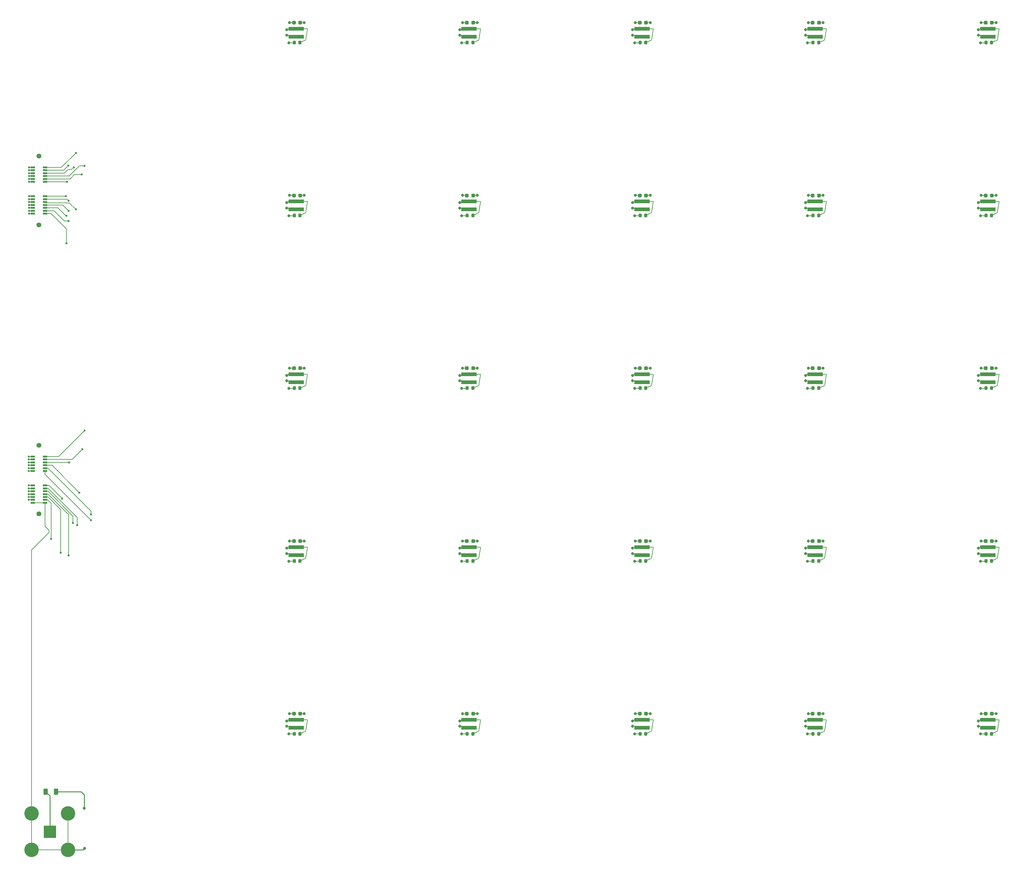
<source format=gbr>
%TF.GenerationSoftware,KiCad,Pcbnew,8.0.2-1*%
%TF.CreationDate,2024-06-21T16:13:16-04:00*%
%TF.ProjectId,EvenLayers_3.0mm_SiPM,4576656e-4c61-4796-9572-735f332e306d,rev?*%
%TF.SameCoordinates,Original*%
%TF.FileFunction,Copper,L1,Top*%
%TF.FilePolarity,Positive*%
%FSLAX46Y46*%
G04 Gerber Fmt 4.6, Leading zero omitted, Abs format (unit mm)*
G04 Created by KiCad (PCBNEW 8.0.2-1) date 2024-06-21 16:13:16*
%MOMM*%
%LPD*%
G01*
G04 APERTURE LIST*
G04 Aperture macros list*
%AMRoundRect*
0 Rectangle with rounded corners*
0 $1 Rounding radius*
0 $2 $3 $4 $5 $6 $7 $8 $9 X,Y pos of 4 corners*
0 Add a 4 corners polygon primitive as box body*
4,1,4,$2,$3,$4,$5,$6,$7,$8,$9,$2,$3,0*
0 Add four circle primitives for the rounded corners*
1,1,$1+$1,$2,$3*
1,1,$1+$1,$4,$5*
1,1,$1+$1,$6,$7*
1,1,$1+$1,$8,$9*
0 Add four rect primitives between the rounded corners*
20,1,$1+$1,$2,$3,$4,$5,0*
20,1,$1+$1,$4,$5,$6,$7,0*
20,1,$1+$1,$6,$7,$8,$9,0*
20,1,$1+$1,$8,$9,$2,$3,0*%
G04 Aperture macros list end*
%TA.AperFunction,EtchedComponent*%
%ADD10C,0.200000*%
%TD*%
%TA.AperFunction,SMDPad,CuDef*%
%ADD11RoundRect,0.237500X-0.287500X-0.237500X0.287500X-0.237500X0.287500X0.237500X-0.287500X0.237500X0*%
%TD*%
%TA.AperFunction,SMDPad,CuDef*%
%ADD12RoundRect,0.225000X-0.225000X-0.250000X0.225000X-0.250000X0.225000X0.250000X-0.225000X0.250000X0*%
%TD*%
%TA.AperFunction,SMDPad,CuDef*%
%ADD13R,4.200000X1.000000*%
%TD*%
%TA.AperFunction,ComponentPad*%
%ADD14C,0.800000*%
%TD*%
%TA.AperFunction,SMDPad,CuDef*%
%ADD15R,1.200000X0.500000*%
%TD*%
%TA.AperFunction,ComponentPad*%
%ADD16C,1.348000*%
%TD*%
%TA.AperFunction,SMDPad,CuDef*%
%ADD17RoundRect,0.250000X-0.312500X-0.625000X0.312500X-0.625000X0.312500X0.625000X-0.312500X0.625000X0*%
%TD*%
%TA.AperFunction,ComponentPad*%
%ADD18R,3.500000X3.500000*%
%TD*%
%TA.AperFunction,ComponentPad*%
%ADD19C,4.000000*%
%TD*%
%TA.AperFunction,ViaPad*%
%ADD20C,0.800000*%
%TD*%
%TA.AperFunction,ViaPad*%
%ADD21C,0.600000*%
%TD*%
%TA.AperFunction,Conductor*%
%ADD22C,0.250000*%
%TD*%
%TA.AperFunction,Conductor*%
%ADD23C,0.200000*%
%TD*%
G04 APERTURE END LIST*
D10*
%TO.C,REF\u002A\u002A34*%
X319700000Y-191150000D02*
X320200000Y-190850000D01*
X319700000Y-192650000D02*
X322300000Y-193050000D01*
X320450000Y-189150000D02*
X321675000Y-189165000D01*
X321775000Y-194750000D02*
X320250000Y-194750000D01*
X322300000Y-190850000D02*
X325450000Y-190850000D01*
X323425000Y-189165000D02*
X324550000Y-189150000D01*
X324950000Y-193950000D02*
X323325000Y-194700000D01*
X325450000Y-190850000D02*
X324950000Y-193950000D01*
%TO.C,REF\u002A\u002A40*%
X128500000Y-286750000D02*
X129000000Y-286450000D01*
X128500000Y-288250000D02*
X131100000Y-288650000D01*
X129250000Y-284750000D02*
X130475000Y-284765000D01*
X130575000Y-290350000D02*
X129050000Y-290350000D01*
X131100000Y-286450000D02*
X134250000Y-286450000D01*
X132225000Y-284765000D02*
X133350000Y-284750000D01*
X133750000Y-289550000D02*
X132125000Y-290300000D01*
X134250000Y-286450000D02*
X133750000Y-289550000D01*
%TO.C,REF\u002A\u002A30*%
X128500000Y-191150000D02*
X129000000Y-190850000D01*
X128500000Y-192650000D02*
X131100000Y-193050000D01*
X129250000Y-189150000D02*
X130475000Y-189165000D01*
X130575000Y-194750000D02*
X129050000Y-194750000D01*
X131100000Y-190850000D02*
X134250000Y-190850000D01*
X132225000Y-189165000D02*
X133350000Y-189150000D01*
X133750000Y-193950000D02*
X132125000Y-194700000D01*
X134250000Y-190850000D02*
X133750000Y-193950000D01*
%TO.C,REF\u002A\u002A24*%
X319700000Y-95550000D02*
X320200000Y-95250000D01*
X319700000Y-97050000D02*
X322300000Y-97450000D01*
X320450000Y-93550000D02*
X321675000Y-93565000D01*
X321775000Y-99150000D02*
X320250000Y-99150000D01*
X322300000Y-95250000D02*
X325450000Y-95250000D01*
X323425000Y-93565000D02*
X324550000Y-93550000D01*
X324950000Y-98350000D02*
X323325000Y-99100000D01*
X325450000Y-95250000D02*
X324950000Y-98350000D01*
%TO.C,REF\u002A\u002A43*%
X271900000Y-286750000D02*
X272400000Y-286450000D01*
X271900000Y-288250000D02*
X274500000Y-288650000D01*
X272650000Y-284750000D02*
X273875000Y-284765000D01*
X273975000Y-290350000D02*
X272450000Y-290350000D01*
X274500000Y-286450000D02*
X277650000Y-286450000D01*
X275625000Y-284765000D02*
X276750000Y-284750000D01*
X277150000Y-289550000D02*
X275525000Y-290300000D01*
X277650000Y-286450000D02*
X277150000Y-289550000D01*
%TO.C,REF\u002A\u002A38*%
X271900000Y-238950000D02*
X272400000Y-238650000D01*
X271900000Y-240450000D02*
X274500000Y-240850000D01*
X272650000Y-236950000D02*
X273875000Y-236965000D01*
X273975000Y-242550000D02*
X272450000Y-242550000D01*
X274500000Y-238650000D02*
X277650000Y-238650000D01*
X275625000Y-236965000D02*
X276750000Y-236950000D01*
X277150000Y-241750000D02*
X275525000Y-242500000D01*
X277650000Y-238650000D02*
X277150000Y-241750000D01*
%TO.C,REF\u002A\u002A22*%
X224100000Y-95550000D02*
X224600000Y-95250000D01*
X224100000Y-97050000D02*
X226700000Y-97450000D01*
X224850000Y-93550000D02*
X226075000Y-93565000D01*
X226175000Y-99150000D02*
X224650000Y-99150000D01*
X226700000Y-95250000D02*
X229850000Y-95250000D01*
X227825000Y-93565000D02*
X228950000Y-93550000D01*
X229350000Y-98350000D02*
X227725000Y-99100000D01*
X229850000Y-95250000D02*
X229350000Y-98350000D01*
%TO.C,REF\u002A\u002A28*%
X271900000Y-143350000D02*
X272400000Y-143050000D01*
X271900000Y-144850000D02*
X274500000Y-145250000D01*
X272650000Y-141350000D02*
X273875000Y-141365000D01*
X273975000Y-146950000D02*
X272450000Y-146950000D01*
X274500000Y-143050000D02*
X277650000Y-143050000D01*
X275625000Y-141365000D02*
X276750000Y-141350000D01*
X277150000Y-146150000D02*
X275525000Y-146900000D01*
X277650000Y-143050000D02*
X277150000Y-146150000D01*
%TO.C,REF\u002A\u002A23*%
X271900000Y-95550000D02*
X272400000Y-95250000D01*
X271900000Y-97050000D02*
X274500000Y-97450000D01*
X272650000Y-93550000D02*
X273875000Y-93565000D01*
X273975000Y-99150000D02*
X272450000Y-99150000D01*
X274500000Y-95250000D02*
X277650000Y-95250000D01*
X275625000Y-93565000D02*
X276750000Y-93550000D01*
X277150000Y-98350000D02*
X275525000Y-99100000D01*
X277650000Y-95250000D02*
X277150000Y-98350000D01*
%TO.C,REF\u002A\u002A32*%
X224100000Y-191150000D02*
X224600000Y-190850000D01*
X224100000Y-192650000D02*
X226700000Y-193050000D01*
X224850000Y-189150000D02*
X226075000Y-189165000D01*
X226175000Y-194750000D02*
X224650000Y-194750000D01*
X226700000Y-190850000D02*
X229850000Y-190850000D01*
X227825000Y-189165000D02*
X228950000Y-189150000D01*
X229350000Y-193950000D02*
X227725000Y-194700000D01*
X229850000Y-190850000D02*
X229350000Y-193950000D01*
%TO.C,REF\u002A\u002A44*%
X319700000Y-286750000D02*
X320200000Y-286450000D01*
X319700000Y-288250000D02*
X322300000Y-288650000D01*
X320450000Y-284750000D02*
X321675000Y-284765000D01*
X321775000Y-290350000D02*
X320250000Y-290350000D01*
X322300000Y-286450000D02*
X325450000Y-286450000D01*
X323425000Y-284765000D02*
X324550000Y-284750000D01*
X324950000Y-289550000D02*
X323325000Y-290300000D01*
X325450000Y-286450000D02*
X324950000Y-289550000D01*
%TO.C,REF\u002A\u002A26*%
X176300000Y-143350000D02*
X176800000Y-143050000D01*
X176300000Y-144850000D02*
X178900000Y-145250000D01*
X177050000Y-141350000D02*
X178275000Y-141365000D01*
X178375000Y-146950000D02*
X176850000Y-146950000D01*
X178900000Y-143050000D02*
X182050000Y-143050000D01*
X180025000Y-141365000D02*
X181150000Y-141350000D01*
X181550000Y-146150000D02*
X179925000Y-146900000D01*
X182050000Y-143050000D02*
X181550000Y-146150000D01*
%TO.C,REF\u002A\u002A36*%
X176300000Y-238950000D02*
X176800000Y-238650000D01*
X176300000Y-240450000D02*
X178900000Y-240850000D01*
X177050000Y-236950000D02*
X178275000Y-236965000D01*
X178375000Y-242550000D02*
X176850000Y-242550000D01*
X178900000Y-238650000D02*
X182050000Y-238650000D01*
X180025000Y-236965000D02*
X181150000Y-236950000D01*
X181550000Y-241750000D02*
X179925000Y-242500000D01*
X182050000Y-238650000D02*
X181550000Y-241750000D01*
%TO.C,REF\u002A\u002A20*%
X128500000Y-95550000D02*
X129000000Y-95250000D01*
X128500000Y-97050000D02*
X131100000Y-97450000D01*
X129250000Y-93550000D02*
X130475000Y-93565000D01*
X130575000Y-99150000D02*
X129050000Y-99150000D01*
X131100000Y-95250000D02*
X134250000Y-95250000D01*
X132225000Y-93565000D02*
X133350000Y-93550000D01*
X133750000Y-98350000D02*
X132125000Y-99100000D01*
X134250000Y-95250000D02*
X133750000Y-98350000D01*
%TO.C,REF\u002A\u002A25*%
X128500000Y-143350000D02*
X129000000Y-143050000D01*
X128500000Y-144850000D02*
X131100000Y-145250000D01*
X129250000Y-141350000D02*
X130475000Y-141365000D01*
X130575000Y-146950000D02*
X129050000Y-146950000D01*
X131100000Y-143050000D02*
X134250000Y-143050000D01*
X132225000Y-141365000D02*
X133350000Y-141350000D01*
X133750000Y-146150000D02*
X132125000Y-146900000D01*
X134250000Y-143050000D02*
X133750000Y-146150000D01*
%TO.C,REF\u002A\u002A37*%
X224100000Y-238950000D02*
X224600000Y-238650000D01*
X224100000Y-240450000D02*
X226700000Y-240850000D01*
X224850000Y-236950000D02*
X226075000Y-236965000D01*
X226175000Y-242550000D02*
X224650000Y-242550000D01*
X226700000Y-238650000D02*
X229850000Y-238650000D01*
X227825000Y-236965000D02*
X228950000Y-236950000D01*
X229350000Y-241750000D02*
X227725000Y-242500000D01*
X229850000Y-238650000D02*
X229350000Y-241750000D01*
%TO.C,REF\u002A\u002A31*%
X176300000Y-191150000D02*
X176800000Y-190850000D01*
X176300000Y-192650000D02*
X178900000Y-193050000D01*
X177050000Y-189150000D02*
X178275000Y-189165000D01*
X178375000Y-194750000D02*
X176850000Y-194750000D01*
X178900000Y-190850000D02*
X182050000Y-190850000D01*
X180025000Y-189165000D02*
X181150000Y-189150000D01*
X181550000Y-193950000D02*
X179925000Y-194700000D01*
X182050000Y-190850000D02*
X181550000Y-193950000D01*
%TO.C,REF\u002A\u002A27*%
X224100000Y-143350000D02*
X224600000Y-143050000D01*
X224100000Y-144850000D02*
X226700000Y-145250000D01*
X224850000Y-141350000D02*
X226075000Y-141365000D01*
X226175000Y-146950000D02*
X224650000Y-146950000D01*
X226700000Y-143050000D02*
X229850000Y-143050000D01*
X227825000Y-141365000D02*
X228950000Y-141350000D01*
X229350000Y-146150000D02*
X227725000Y-146900000D01*
X229850000Y-143050000D02*
X229350000Y-146150000D01*
%TO.C,REF\u002A\u002A41*%
X176300000Y-286750000D02*
X176800000Y-286450000D01*
X176300000Y-288250000D02*
X178900000Y-288650000D01*
X177050000Y-284750000D02*
X178275000Y-284765000D01*
X178375000Y-290350000D02*
X176850000Y-290350000D01*
X178900000Y-286450000D02*
X182050000Y-286450000D01*
X180025000Y-284765000D02*
X181150000Y-284750000D01*
X181550000Y-289550000D02*
X179925000Y-290300000D01*
X182050000Y-286450000D02*
X181550000Y-289550000D01*
%TO.C,REF\u002A\u002A29*%
X319700000Y-143350000D02*
X320200000Y-143050000D01*
X319700000Y-144850000D02*
X322300000Y-145250000D01*
X320450000Y-141350000D02*
X321675000Y-141365000D01*
X321775000Y-146950000D02*
X320250000Y-146950000D01*
X322300000Y-143050000D02*
X325450000Y-143050000D01*
X323425000Y-141365000D02*
X324550000Y-141350000D01*
X324950000Y-146150000D02*
X323325000Y-146900000D01*
X325450000Y-143050000D02*
X324950000Y-146150000D01*
%TO.C,REF\u002A\u002A21*%
X176300000Y-95550000D02*
X176800000Y-95250000D01*
X176300000Y-97050000D02*
X178900000Y-97450000D01*
X177050000Y-93550000D02*
X178275000Y-93565000D01*
X178375000Y-99150000D02*
X176850000Y-99150000D01*
X178900000Y-95250000D02*
X182050000Y-95250000D01*
X180025000Y-93565000D02*
X181150000Y-93550000D01*
X181550000Y-98350000D02*
X179925000Y-99100000D01*
X182050000Y-95250000D02*
X181550000Y-98350000D01*
%TO.C,REF\u002A\u002A42*%
X224100000Y-286750000D02*
X224600000Y-286450000D01*
X224100000Y-288250000D02*
X226700000Y-288650000D01*
X224850000Y-284750000D02*
X226075000Y-284765000D01*
X226175000Y-290350000D02*
X224650000Y-290350000D01*
X226700000Y-286450000D02*
X229850000Y-286450000D01*
X227825000Y-284765000D02*
X228950000Y-284750000D01*
X229350000Y-289550000D02*
X227725000Y-290300000D01*
X229850000Y-286450000D02*
X229350000Y-289550000D01*
%TO.C,REF\u002A\u002A35*%
X128500000Y-238950000D02*
X129000000Y-238650000D01*
X128500000Y-240450000D02*
X131100000Y-240850000D01*
X129250000Y-236950000D02*
X130475000Y-236965000D01*
X130575000Y-242550000D02*
X129050000Y-242550000D01*
X131100000Y-238650000D02*
X134250000Y-238650000D01*
X132225000Y-236965000D02*
X133350000Y-236950000D01*
X133750000Y-241750000D02*
X132125000Y-242500000D01*
X134250000Y-238650000D02*
X133750000Y-241750000D01*
%TO.C,REF\u002A\u002A39*%
X319700000Y-238950000D02*
X320200000Y-238650000D01*
X319700000Y-240450000D02*
X322300000Y-240850000D01*
X320450000Y-236950000D02*
X321675000Y-236965000D01*
X321775000Y-242550000D02*
X320250000Y-242550000D01*
X322300000Y-238650000D02*
X325450000Y-238650000D01*
X323425000Y-236965000D02*
X324550000Y-236950000D01*
X324950000Y-241750000D02*
X323325000Y-242500000D01*
X325450000Y-238650000D02*
X324950000Y-241750000D01*
%TO.C,REF\u002A\u002A33*%
X271900000Y-191150000D02*
X272400000Y-190850000D01*
X271900000Y-192650000D02*
X274500000Y-193050000D01*
X272650000Y-189150000D02*
X273875000Y-189165000D01*
X273975000Y-194750000D02*
X272450000Y-194750000D01*
X274500000Y-190850000D02*
X277650000Y-190850000D01*
X275625000Y-189165000D02*
X276750000Y-189150000D01*
X277150000Y-193950000D02*
X275525000Y-194700000D01*
X277650000Y-190850000D02*
X277150000Y-193950000D01*
%TD*%
D11*
%TO.P,REF\u002A\u002A34,1*%
%TO.N,N/C*%
X321675000Y-189165000D03*
D12*
X321775000Y-194700000D03*
D13*
X322300000Y-190850000D03*
D12*
%TO.P,REF\u002A\u002A34,2*%
X323325000Y-194700000D03*
D11*
X323425000Y-189165000D03*
D13*
%TO.P,REF\u002A\u002A34,4*%
X322300000Y-193050000D03*
D14*
%TO.P,REF\u002A\u002A34,5*%
X320450000Y-189150000D03*
%TO.P,REF\u002A\u002A34,6*%
X324550000Y-189150000D03*
%TO.P,REF\u002A\u002A34,7*%
%TO.N,K14*%
X319700000Y-191150000D03*
%TO.P,REF\u002A\u002A34,8*%
%TO.N,A14*%
X319700000Y-192650000D03*
%TO.P,REF\u002A\u002A34,9*%
%TO.N,GND*%
X320250000Y-194750000D03*
%TD*%
D11*
%TO.P,REF\u002A\u002A40,1*%
%TO.N,N/C*%
X130475000Y-284765000D03*
D12*
X130575000Y-290300000D03*
D13*
X131100000Y-286450000D03*
D12*
%TO.P,REF\u002A\u002A40,2*%
X132125000Y-290300000D03*
D11*
X132225000Y-284765000D03*
D13*
%TO.P,REF\u002A\u002A40,4*%
X131100000Y-288650000D03*
D14*
%TO.P,REF\u002A\u002A40,5*%
X129250000Y-284750000D03*
%TO.P,REF\u002A\u002A40,6*%
X133350000Y-284750000D03*
%TO.P,REF\u002A\u002A40,7*%
%TO.N,K20*%
X128500000Y-286750000D03*
%TO.P,REF\u002A\u002A40,8*%
%TO.N,A20*%
X128500000Y-288250000D03*
%TO.P,REF\u002A\u002A40,9*%
%TO.N,GND*%
X129050000Y-290350000D03*
%TD*%
D11*
%TO.P,REF\u002A\u002A30,1*%
%TO.N,N/C*%
X130475000Y-189165000D03*
D12*
X130575000Y-194700000D03*
D13*
X131100000Y-190850000D03*
D12*
%TO.P,REF\u002A\u002A30,2*%
X132125000Y-194700000D03*
D11*
X132225000Y-189165000D03*
D13*
%TO.P,REF\u002A\u002A30,4*%
X131100000Y-193050000D03*
D14*
%TO.P,REF\u002A\u002A30,5*%
X129250000Y-189150000D03*
%TO.P,REF\u002A\u002A30,6*%
X133350000Y-189150000D03*
%TO.P,REF\u002A\u002A30,7*%
%TO.N,K10*%
X128500000Y-191150000D03*
%TO.P,REF\u002A\u002A30,8*%
%TO.N,A10*%
X128500000Y-192650000D03*
%TO.P,REF\u002A\u002A30,9*%
%TO.N,GND*%
X129050000Y-194750000D03*
%TD*%
D11*
%TO.P,REF\u002A\u002A24,1*%
%TO.N,N/C*%
X321675000Y-93565000D03*
D12*
X321775000Y-99100000D03*
D13*
X322300000Y-95250000D03*
D12*
%TO.P,REF\u002A\u002A24,2*%
X323325000Y-99100000D03*
D11*
X323425000Y-93565000D03*
D13*
%TO.P,REF\u002A\u002A24,4*%
X322300000Y-97450000D03*
D14*
%TO.P,REF\u002A\u002A24,5*%
X320450000Y-93550000D03*
%TO.P,REF\u002A\u002A24,6*%
X324550000Y-93550000D03*
%TO.P,REF\u002A\u002A24,7*%
%TO.N,K4*%
X319700000Y-95550000D03*
%TO.P,REF\u002A\u002A24,8*%
%TO.N,A4*%
X319700000Y-97050000D03*
%TO.P,REF\u002A\u002A24,9*%
%TO.N,GND*%
X320250000Y-99150000D03*
%TD*%
D15*
%TO.P,REF\u002A\u002A,01*%
%TO.N,A0*%
X58300000Y-133600000D03*
%TO.P,REF\u002A\u002A,02*%
%TO.N,K0*%
X61700000Y-133600000D03*
%TO.N,A1*%
X58300000Y-134400000D03*
%TO.P,REF\u002A\u002A,04*%
%TO.N,K1*%
X61700000Y-134400000D03*
%TO.P,REF\u002A\u002A,05*%
%TO.N,A2*%
X58300000Y-135200000D03*
%TO.P,REF\u002A\u002A,06*%
%TO.N,K2*%
X61700000Y-135200000D03*
%TO.P,REF\u002A\u002A,07*%
%TO.N,A3*%
X58300000Y-136000000D03*
%TO.P,REF\u002A\u002A,08*%
%TO.N,K3*%
X61700000Y-136000000D03*
%TO.P,REF\u002A\u002A,09*%
%TO.N,A4*%
X58300000Y-136800000D03*
%TO.P,REF\u002A\u002A,10*%
%TO.N,K4*%
X61700000Y-136800000D03*
%TO.P,REF\u002A\u002A,11*%
%TO.N,A5*%
X58300000Y-137600000D03*
%TO.P,REF\u002A\u002A,12*%
%TO.N,K5*%
X61700000Y-137600000D03*
%TO.P,REF\u002A\u002A,13*%
%TO.N,A6*%
X58300000Y-141600000D03*
%TO.P,REF\u002A\u002A,14*%
%TO.N,K6*%
X61700000Y-141600000D03*
%TO.P,REF\u002A\u002A,15*%
%TO.N,A7*%
X58300000Y-142400000D03*
%TO.P,REF\u002A\u002A,16*%
%TO.N,K7*%
X61700000Y-142400000D03*
%TO.P,REF\u002A\u002A,17*%
%TO.N,A8*%
X58300000Y-143200000D03*
%TO.P,REF\u002A\u002A,18*%
%TO.N,K8*%
X61700000Y-143200000D03*
%TO.P,REF\u002A\u002A,19*%
%TO.N,A9*%
X58300000Y-144000000D03*
%TO.P,REF\u002A\u002A,20*%
%TO.N,K9*%
X61700000Y-144000000D03*
%TO.P,REF\u002A\u002A,21*%
%TO.N,A10*%
X58300000Y-144800000D03*
%TO.P,REF\u002A\u002A,22*%
%TO.N,K10*%
X61700000Y-144800000D03*
%TO.P,REF\u002A\u002A,23*%
%TO.N,A11*%
X58300000Y-145600000D03*
%TO.P,REF\u002A\u002A,24*%
%TO.N,K11*%
X61700000Y-145600000D03*
%TO.P,REF\u002A\u002A,25*%
%TO.N,A12*%
X58300000Y-146400000D03*
%TO.P,REF\u002A\u002A,26*%
%TO.N,K12*%
X61700000Y-146400000D03*
D16*
%TO.P,REF\u002A\u002A,S1*%
%TO.N,N/C*%
X60000000Y-130505000D03*
%TO.P,REF\u002A\u002A,S2*%
X60000000Y-149495000D03*
%TD*%
D11*
%TO.P,REF\u002A\u002A43,1*%
%TO.N,N/C*%
X273875000Y-284765000D03*
D12*
X273975000Y-290300000D03*
D13*
X274500000Y-286450000D03*
D12*
%TO.P,REF\u002A\u002A43,2*%
X275525000Y-290300000D03*
D11*
X275625000Y-284765000D03*
D13*
%TO.P,REF\u002A\u002A43,4*%
X274500000Y-288650000D03*
D14*
%TO.P,REF\u002A\u002A43,5*%
X272650000Y-284750000D03*
%TO.P,REF\u002A\u002A43,6*%
X276750000Y-284750000D03*
%TO.P,REF\u002A\u002A43,7*%
%TO.N,K23*%
X271900000Y-286750000D03*
%TO.P,REF\u002A\u002A43,8*%
%TO.N,A23*%
X271900000Y-288250000D03*
%TO.P,REF\u002A\u002A43,9*%
%TO.N,GND*%
X272450000Y-290350000D03*
%TD*%
D11*
%TO.P,REF\u002A\u002A38,1*%
%TO.N,N/C*%
X273875000Y-236965000D03*
D12*
X273975000Y-242500000D03*
D13*
X274500000Y-238650000D03*
D12*
%TO.P,REF\u002A\u002A38,2*%
X275525000Y-242500000D03*
D11*
X275625000Y-236965000D03*
D13*
%TO.P,REF\u002A\u002A38,4*%
X274500000Y-240850000D03*
D14*
%TO.P,REF\u002A\u002A38,5*%
X272650000Y-236950000D03*
%TO.P,REF\u002A\u002A38,6*%
X276750000Y-236950000D03*
%TO.P,REF\u002A\u002A38,7*%
%TO.N,K18*%
X271900000Y-238950000D03*
%TO.P,REF\u002A\u002A38,8*%
%TO.N,A18*%
X271900000Y-240450000D03*
%TO.P,REF\u002A\u002A38,9*%
%TO.N,GND*%
X272450000Y-242550000D03*
%TD*%
D11*
%TO.P,REF\u002A\u002A22,1*%
%TO.N,N/C*%
X226075000Y-93565000D03*
D12*
X226175000Y-99100000D03*
D13*
X226700000Y-95250000D03*
D12*
%TO.P,REF\u002A\u002A22,2*%
X227725000Y-99100000D03*
D11*
X227825000Y-93565000D03*
D13*
%TO.P,REF\u002A\u002A22,4*%
X226700000Y-97450000D03*
D14*
%TO.P,REF\u002A\u002A22,5*%
X224850000Y-93550000D03*
%TO.P,REF\u002A\u002A22,6*%
X228950000Y-93550000D03*
%TO.P,REF\u002A\u002A22,7*%
%TO.N,K2*%
X224100000Y-95550000D03*
%TO.P,REF\u002A\u002A22,8*%
%TO.N,A2*%
X224100000Y-97050000D03*
%TO.P,REF\u002A\u002A22,9*%
%TO.N,GND*%
X224650000Y-99150000D03*
%TD*%
D15*
%TO.P,REF\u002A\u002A,01*%
%TO.N,A13*%
X58300000Y-213600000D03*
%TO.P,REF\u002A\u002A,02*%
%TO.N,K13*%
X61700000Y-213600000D03*
%TO.N,A14*%
X58300000Y-214400000D03*
%TO.P,REF\u002A\u002A,04*%
%TO.N,K14*%
X61700000Y-214400000D03*
%TO.P,REF\u002A\u002A,05*%
%TO.N,A15*%
X58300000Y-215200000D03*
%TO.P,REF\u002A\u002A,06*%
%TO.N,K15*%
X61700000Y-215200000D03*
%TO.P,REF\u002A\u002A,07*%
%TO.N,A16*%
X58300000Y-216000000D03*
%TO.P,REF\u002A\u002A,08*%
%TO.N,K16*%
X61700000Y-216000000D03*
%TO.P,REF\u002A\u002A,09*%
%TO.N,A17*%
X58300000Y-216800000D03*
%TO.P,REF\u002A\u002A,10*%
%TO.N,K17*%
X61700000Y-216800000D03*
%TO.P,REF\u002A\u002A,11*%
%TO.N,A18*%
X58300000Y-217600000D03*
%TO.P,REF\u002A\u002A,12*%
%TO.N,K18*%
X61700000Y-217600000D03*
%TO.P,REF\u002A\u002A,13*%
%TO.N,A19*%
X58300000Y-221600000D03*
%TO.P,REF\u002A\u002A,14*%
%TO.N,K19*%
X61700000Y-221600000D03*
%TO.P,REF\u002A\u002A,15*%
%TO.N,A20*%
X58300000Y-222400000D03*
%TO.P,REF\u002A\u002A,16*%
%TO.N,K20*%
X61700000Y-222400000D03*
%TO.P,REF\u002A\u002A,17*%
%TO.N,A21*%
X58300000Y-223200000D03*
%TO.P,REF\u002A\u002A,18*%
%TO.N,K21*%
X61700000Y-223200000D03*
%TO.P,REF\u002A\u002A,19*%
%TO.N,A22*%
X58300000Y-224000000D03*
%TO.P,REF\u002A\u002A,20*%
%TO.N,K22*%
X61700000Y-224000000D03*
%TO.P,REF\u002A\u002A,21*%
%TO.N,A23*%
X58300000Y-224800000D03*
%TO.P,REF\u002A\u002A,22*%
%TO.N,K23*%
X61700000Y-224800000D03*
%TO.P,REF\u002A\u002A,23*%
%TO.N,A24*%
X58300000Y-225600000D03*
%TO.P,REF\u002A\u002A,24*%
%TO.N,K24*%
X61700000Y-225600000D03*
%TO.P,REF\u002A\u002A,25*%
%TO.N,GND*%
X58300000Y-226400000D03*
%TO.P,REF\u002A\u002A,26*%
X61700000Y-226400000D03*
D16*
%TO.P,REF\u002A\u002A,S1*%
%TO.N,N/C*%
X60000000Y-210505000D03*
%TO.P,REF\u002A\u002A,S2*%
X60000000Y-229495000D03*
%TD*%
D11*
%TO.P,REF\u002A\u002A28,1*%
%TO.N,N/C*%
X273875000Y-141365000D03*
D12*
X273975000Y-146900000D03*
D13*
X274500000Y-143050000D03*
D12*
%TO.P,REF\u002A\u002A28,2*%
X275525000Y-146900000D03*
D11*
X275625000Y-141365000D03*
D13*
%TO.P,REF\u002A\u002A28,4*%
X274500000Y-145250000D03*
D14*
%TO.P,REF\u002A\u002A28,5*%
X272650000Y-141350000D03*
%TO.P,REF\u002A\u002A28,6*%
X276750000Y-141350000D03*
%TO.P,REF\u002A\u002A28,7*%
%TO.N,K8*%
X271900000Y-143350000D03*
%TO.P,REF\u002A\u002A28,8*%
%TO.N,A8*%
X271900000Y-144850000D03*
%TO.P,REF\u002A\u002A28,9*%
%TO.N,GND*%
X272450000Y-146950000D03*
%TD*%
D11*
%TO.P,REF\u002A\u002A23,1*%
%TO.N,N/C*%
X273875000Y-93565000D03*
D12*
X273975000Y-99100000D03*
D13*
X274500000Y-95250000D03*
D12*
%TO.P,REF\u002A\u002A23,2*%
X275525000Y-99100000D03*
D11*
X275625000Y-93565000D03*
D13*
%TO.P,REF\u002A\u002A23,4*%
X274500000Y-97450000D03*
D14*
%TO.P,REF\u002A\u002A23,5*%
X272650000Y-93550000D03*
%TO.P,REF\u002A\u002A23,6*%
X276750000Y-93550000D03*
%TO.P,REF\u002A\u002A23,7*%
%TO.N,K3*%
X271900000Y-95550000D03*
%TO.P,REF\u002A\u002A23,8*%
%TO.N,A3*%
X271900000Y-97050000D03*
%TO.P,REF\u002A\u002A23,9*%
%TO.N,GND*%
X272450000Y-99150000D03*
%TD*%
D11*
%TO.P,REF\u002A\u002A32,1*%
%TO.N,N/C*%
X226075000Y-189165000D03*
D12*
X226175000Y-194700000D03*
D13*
X226700000Y-190850000D03*
D12*
%TO.P,REF\u002A\u002A32,2*%
X227725000Y-194700000D03*
D11*
X227825000Y-189165000D03*
D13*
%TO.P,REF\u002A\u002A32,4*%
X226700000Y-193050000D03*
D14*
%TO.P,REF\u002A\u002A32,5*%
X224850000Y-189150000D03*
%TO.P,REF\u002A\u002A32,6*%
X228950000Y-189150000D03*
%TO.P,REF\u002A\u002A32,7*%
%TO.N,K12*%
X224100000Y-191150000D03*
%TO.P,REF\u002A\u002A32,8*%
%TO.N,A12*%
X224100000Y-192650000D03*
%TO.P,REF\u002A\u002A32,9*%
%TO.N,GND*%
X224650000Y-194750000D03*
%TD*%
D11*
%TO.P,REF\u002A\u002A44,1*%
%TO.N,N/C*%
X321675000Y-284765000D03*
D12*
X321775000Y-290300000D03*
D13*
X322300000Y-286450000D03*
D12*
%TO.P,REF\u002A\u002A44,2*%
X323325000Y-290300000D03*
D11*
X323425000Y-284765000D03*
D13*
%TO.P,REF\u002A\u002A44,4*%
X322300000Y-288650000D03*
D14*
%TO.P,REF\u002A\u002A44,5*%
X320450000Y-284750000D03*
%TO.P,REF\u002A\u002A44,6*%
X324550000Y-284750000D03*
%TO.P,REF\u002A\u002A44,7*%
%TO.N,K24*%
X319700000Y-286750000D03*
%TO.P,REF\u002A\u002A44,8*%
%TO.N,A24*%
X319700000Y-288250000D03*
%TO.P,REF\u002A\u002A44,9*%
%TO.N,GND*%
X320250000Y-290350000D03*
%TD*%
D11*
%TO.P,REF\u002A\u002A26,1*%
%TO.N,N/C*%
X178275000Y-141365000D03*
D12*
X178375000Y-146900000D03*
D13*
X178900000Y-143050000D03*
D12*
%TO.P,REF\u002A\u002A26,2*%
X179925000Y-146900000D03*
D11*
X180025000Y-141365000D03*
D13*
%TO.P,REF\u002A\u002A26,4*%
X178900000Y-145250000D03*
D14*
%TO.P,REF\u002A\u002A26,5*%
X177050000Y-141350000D03*
%TO.P,REF\u002A\u002A26,6*%
X181150000Y-141350000D03*
%TO.P,REF\u002A\u002A26,7*%
%TO.N,K6*%
X176300000Y-143350000D03*
%TO.P,REF\u002A\u002A26,8*%
%TO.N,A6*%
X176300000Y-144850000D03*
%TO.P,REF\u002A\u002A26,9*%
%TO.N,GND*%
X176850000Y-146950000D03*
%TD*%
D11*
%TO.P,REF\u002A\u002A36,1*%
%TO.N,N/C*%
X178275000Y-236965000D03*
D12*
X178375000Y-242500000D03*
D13*
X178900000Y-238650000D03*
D12*
%TO.P,REF\u002A\u002A36,2*%
X179925000Y-242500000D03*
D11*
X180025000Y-236965000D03*
D13*
%TO.P,REF\u002A\u002A36,4*%
X178900000Y-240850000D03*
D14*
%TO.P,REF\u002A\u002A36,5*%
X177050000Y-236950000D03*
%TO.P,REF\u002A\u002A36,6*%
X181150000Y-236950000D03*
%TO.P,REF\u002A\u002A36,7*%
%TO.N,K16*%
X176300000Y-238950000D03*
%TO.P,REF\u002A\u002A36,8*%
%TO.N,A16*%
X176300000Y-240450000D03*
%TO.P,REF\u002A\u002A36,9*%
%TO.N,GND*%
X176850000Y-242550000D03*
%TD*%
D11*
%TO.P,REF\u002A\u002A20,1*%
%TO.N,N/C*%
X130475000Y-93565000D03*
D12*
X130575000Y-99100000D03*
D13*
X131100000Y-95250000D03*
D12*
%TO.P,REF\u002A\u002A20,2*%
X132125000Y-99100000D03*
D11*
X132225000Y-93565000D03*
D13*
%TO.P,REF\u002A\u002A20,4*%
X131100000Y-97450000D03*
D14*
%TO.P,REF\u002A\u002A20,5*%
%TO.N,GND*%
X129250000Y-93550000D03*
%TO.P,REF\u002A\u002A20,6*%
%TO.N,N/C*%
X133350000Y-93550000D03*
%TO.P,REF\u002A\u002A20,7*%
%TO.N,K0*%
X128500000Y-95550000D03*
%TO.P,REF\u002A\u002A20,8*%
%TO.N,A0*%
X128500000Y-97050000D03*
%TO.P,REF\u002A\u002A20,9*%
%TO.N,GND*%
X129050000Y-99150000D03*
%TD*%
D11*
%TO.P,REF\u002A\u002A25,1*%
%TO.N,N/C*%
X130475000Y-141365000D03*
D12*
X130575000Y-146900000D03*
D13*
X131100000Y-143050000D03*
D12*
%TO.P,REF\u002A\u002A25,2*%
X132125000Y-146900000D03*
D11*
X132225000Y-141365000D03*
D13*
%TO.P,REF\u002A\u002A25,4*%
X131100000Y-145250000D03*
D14*
%TO.P,REF\u002A\u002A25,5*%
X129250000Y-141350000D03*
%TO.P,REF\u002A\u002A25,6*%
X133350000Y-141350000D03*
%TO.P,REF\u002A\u002A25,7*%
%TO.N,K5*%
X128500000Y-143350000D03*
%TO.P,REF\u002A\u002A25,8*%
%TO.N,A5*%
X128500000Y-144850000D03*
%TO.P,REF\u002A\u002A25,9*%
%TO.N,GND*%
X129050000Y-146950000D03*
%TD*%
D11*
%TO.P,REF\u002A\u002A37,1*%
%TO.N,N/C*%
X226075000Y-236965000D03*
D12*
X226175000Y-242500000D03*
D13*
X226700000Y-238650000D03*
D12*
%TO.P,REF\u002A\u002A37,2*%
X227725000Y-242500000D03*
D11*
X227825000Y-236965000D03*
D13*
%TO.P,REF\u002A\u002A37,4*%
X226700000Y-240850000D03*
D14*
%TO.P,REF\u002A\u002A37,5*%
X224850000Y-236950000D03*
%TO.P,REF\u002A\u002A37,6*%
X228950000Y-236950000D03*
%TO.P,REF\u002A\u002A37,7*%
%TO.N,K17*%
X224100000Y-238950000D03*
%TO.P,REF\u002A\u002A37,8*%
%TO.N,A17*%
X224100000Y-240450000D03*
%TO.P,REF\u002A\u002A37,9*%
%TO.N,GND*%
X224650000Y-242550000D03*
%TD*%
D11*
%TO.P,REF\u002A\u002A31,1*%
%TO.N,N/C*%
X178275000Y-189165000D03*
D12*
X178375000Y-194700000D03*
D13*
X178900000Y-190850000D03*
D12*
%TO.P,REF\u002A\u002A31,2*%
X179925000Y-194700000D03*
D11*
X180025000Y-189165000D03*
D13*
%TO.P,REF\u002A\u002A31,4*%
X178900000Y-193050000D03*
D14*
%TO.P,REF\u002A\u002A31,5*%
X177050000Y-189150000D03*
%TO.P,REF\u002A\u002A31,6*%
X181150000Y-189150000D03*
%TO.P,REF\u002A\u002A31,7*%
%TO.N,K11*%
X176300000Y-191150000D03*
%TO.P,REF\u002A\u002A31,8*%
%TO.N,A11*%
X176300000Y-192650000D03*
%TO.P,REF\u002A\u002A31,9*%
%TO.N,GND*%
X176850000Y-194750000D03*
%TD*%
D11*
%TO.P,REF\u002A\u002A27,1*%
%TO.N,N/C*%
X226075000Y-141365000D03*
D12*
X226175000Y-146900000D03*
D13*
X226700000Y-143050000D03*
D12*
%TO.P,REF\u002A\u002A27,2*%
X227725000Y-146900000D03*
D11*
X227825000Y-141365000D03*
D13*
%TO.P,REF\u002A\u002A27,4*%
X226700000Y-145250000D03*
D14*
%TO.P,REF\u002A\u002A27,5*%
X224850000Y-141350000D03*
%TO.P,REF\u002A\u002A27,6*%
X228950000Y-141350000D03*
%TO.P,REF\u002A\u002A27,7*%
%TO.N,K7*%
X224100000Y-143350000D03*
%TO.P,REF\u002A\u002A27,8*%
%TO.N,A7*%
X224100000Y-144850000D03*
%TO.P,REF\u002A\u002A27,9*%
%TO.N,GND*%
X224650000Y-146950000D03*
%TD*%
D11*
%TO.P,REF\u002A\u002A41,1*%
%TO.N,N/C*%
X178275000Y-284765000D03*
D12*
X178375000Y-290300000D03*
D13*
X178900000Y-286450000D03*
D12*
%TO.P,REF\u002A\u002A41,2*%
X179925000Y-290300000D03*
D11*
X180025000Y-284765000D03*
D13*
%TO.P,REF\u002A\u002A41,4*%
X178900000Y-288650000D03*
D14*
%TO.P,REF\u002A\u002A41,5*%
X177050000Y-284750000D03*
%TO.P,REF\u002A\u002A41,6*%
X181150000Y-284750000D03*
%TO.P,REF\u002A\u002A41,7*%
%TO.N,K21*%
X176300000Y-286750000D03*
%TO.P,REF\u002A\u002A41,8*%
%TO.N,A21*%
X176300000Y-288250000D03*
%TO.P,REF\u002A\u002A41,9*%
%TO.N,GND*%
X176850000Y-290350000D03*
%TD*%
D11*
%TO.P,REF\u002A\u002A29,1*%
%TO.N,N/C*%
X321675000Y-141365000D03*
D12*
X321775000Y-146900000D03*
D13*
X322300000Y-143050000D03*
D12*
%TO.P,REF\u002A\u002A29,2*%
X323325000Y-146900000D03*
D11*
X323425000Y-141365000D03*
D13*
%TO.P,REF\u002A\u002A29,4*%
X322300000Y-145250000D03*
D14*
%TO.P,REF\u002A\u002A29,5*%
X320450000Y-141350000D03*
%TO.P,REF\u002A\u002A29,6*%
X324550000Y-141350000D03*
%TO.P,REF\u002A\u002A29,7*%
%TO.N,K9*%
X319700000Y-143350000D03*
%TO.P,REF\u002A\u002A29,8*%
%TO.N,A9*%
X319700000Y-144850000D03*
%TO.P,REF\u002A\u002A29,9*%
%TO.N,GND*%
X320250000Y-146950000D03*
%TD*%
D17*
%TO.P,50 \u03A9,1*%
%TO.N,N/C*%
X61837500Y-306300000D03*
%TO.P,50 \u03A9,2*%
X64762500Y-306300000D03*
%TD*%
D11*
%TO.P,REF\u002A\u002A21,1*%
%TO.N,N/C*%
X178275000Y-93565000D03*
D12*
X178375000Y-99100000D03*
D13*
X178900000Y-95250000D03*
D12*
%TO.P,REF\u002A\u002A21,2*%
X179925000Y-99100000D03*
D11*
X180025000Y-93565000D03*
D13*
%TO.P,REF\u002A\u002A21,4*%
X178900000Y-97450000D03*
D14*
%TO.P,REF\u002A\u002A21,5*%
X177050000Y-93550000D03*
%TO.P,REF\u002A\u002A21,6*%
X181150000Y-93550000D03*
%TO.P,REF\u002A\u002A21,7*%
%TO.N,K1*%
X176300000Y-95550000D03*
%TO.P,REF\u002A\u002A21,8*%
%TO.N,A1*%
X176300000Y-97050000D03*
%TO.P,REF\u002A\u002A21,9*%
%TO.N,GND*%
X176850000Y-99150000D03*
%TD*%
D18*
%TO.P,LEDs,1*%
%TO.N,N/C*%
X63000000Y-317400000D03*
D19*
%TO.P,LEDs,2*%
%TO.N,GND*%
X57975000Y-322425000D03*
X68025000Y-322425000D03*
X57975000Y-312375000D03*
X68025000Y-312375000D03*
%TD*%
D11*
%TO.P,REF\u002A\u002A42,1*%
%TO.N,N/C*%
X226075000Y-284765000D03*
D12*
X226175000Y-290300000D03*
D13*
X226700000Y-286450000D03*
D12*
%TO.P,REF\u002A\u002A42,2*%
X227725000Y-290300000D03*
D11*
X227825000Y-284765000D03*
D13*
%TO.P,REF\u002A\u002A42,4*%
X226700000Y-288650000D03*
D14*
%TO.P,REF\u002A\u002A42,5*%
X224850000Y-284750000D03*
%TO.P,REF\u002A\u002A42,6*%
X228950000Y-284750000D03*
%TO.P,REF\u002A\u002A42,7*%
%TO.N,K22*%
X224100000Y-286750000D03*
%TO.P,REF\u002A\u002A42,8*%
%TO.N,A22*%
X224100000Y-288250000D03*
%TO.P,REF\u002A\u002A42,9*%
%TO.N,GND*%
X224650000Y-290350000D03*
%TD*%
D11*
%TO.P,REF\u002A\u002A35,1*%
%TO.N,N/C*%
X130475000Y-236965000D03*
D12*
X130575000Y-242500000D03*
D13*
X131100000Y-238650000D03*
D12*
%TO.P,REF\u002A\u002A35,2*%
X132125000Y-242500000D03*
D11*
X132225000Y-236965000D03*
D13*
%TO.P,REF\u002A\u002A35,4*%
X131100000Y-240850000D03*
D14*
%TO.P,REF\u002A\u002A35,5*%
X129250000Y-236950000D03*
%TO.P,REF\u002A\u002A35,6*%
X133350000Y-236950000D03*
%TO.P,REF\u002A\u002A35,7*%
%TO.N,K15*%
X128500000Y-238950000D03*
%TO.P,REF\u002A\u002A35,8*%
%TO.N,A15*%
X128500000Y-240450000D03*
%TO.P,REF\u002A\u002A35,9*%
%TO.N,GND*%
X129050000Y-242550000D03*
%TD*%
D11*
%TO.P,REF\u002A\u002A39,1*%
%TO.N,N/C*%
X321675000Y-236965000D03*
D12*
X321775000Y-242500000D03*
D13*
X322300000Y-238650000D03*
D12*
%TO.P,REF\u002A\u002A39,2*%
X323325000Y-242500000D03*
D11*
X323425000Y-236965000D03*
D13*
%TO.P,REF\u002A\u002A39,4*%
X322300000Y-240850000D03*
D14*
%TO.P,REF\u002A\u002A39,5*%
X320450000Y-236950000D03*
%TO.P,REF\u002A\u002A39,6*%
X324550000Y-236950000D03*
%TO.P,REF\u002A\u002A39,7*%
%TO.N,K19*%
X319700000Y-238950000D03*
%TO.P,REF\u002A\u002A39,8*%
%TO.N,A19*%
X319700000Y-240450000D03*
%TO.P,REF\u002A\u002A39,9*%
%TO.N,GND*%
X320250000Y-242550000D03*
%TD*%
D11*
%TO.P,REF\u002A\u002A33,1*%
%TO.N,N/C*%
X273875000Y-189165000D03*
D12*
X273975000Y-194700000D03*
D13*
X274500000Y-190850000D03*
D12*
%TO.P,REF\u002A\u002A33,2*%
X275525000Y-194700000D03*
D11*
X275625000Y-189165000D03*
D13*
%TO.P,REF\u002A\u002A33,4*%
X274500000Y-193050000D03*
D14*
%TO.P,REF\u002A\u002A33,5*%
X272650000Y-189150000D03*
%TO.P,REF\u002A\u002A33,6*%
X276750000Y-189150000D03*
%TO.P,REF\u002A\u002A33,7*%
%TO.N,K13*%
X271900000Y-191150000D03*
%TO.P,REF\u002A\u002A33,8*%
%TO.N,A13*%
X271900000Y-192650000D03*
%TO.P,REF\u002A\u002A33,9*%
%TO.N,GND*%
X272450000Y-194750000D03*
%TD*%
D20*
%TO.N,*%
X72500000Y-310900000D03*
%TO.N,GND*%
X72600000Y-322000000D03*
D21*
%TO.N,K0*%
X70200000Y-129600000D03*
%TO.N,A0*%
X57250000Y-133600000D03*
%TO.N,K1*%
X68124265Y-133124265D03*
%TO.N,A1*%
X57250000Y-134400000D03*
%TO.N,K2*%
X69600000Y-133600000D03*
%TO.N,A2*%
X57250000Y-135200000D03*
%TO.N,K3*%
X72600000Y-133200000D03*
%TO.N,A3*%
X57250000Y-136000000D03*
%TO.N,K4*%
X71800000Y-135600000D03*
%TO.N,A4*%
X57250000Y-136800000D03*
%TO.N,K5*%
X67800000Y-137600000D03*
%TO.N,A5*%
X57250000Y-137600000D03*
%TO.N,K6*%
X67400000Y-141600000D03*
%TO.N,A6*%
X57250000Y-141600000D03*
%TO.N,K7*%
X68200000Y-142800000D03*
%TO.N,A7*%
X57250000Y-142400000D03*
%TO.N,K8*%
X70200000Y-145200000D03*
%TO.N,A8*%
X57250000Y-143200000D03*
%TO.N,K9*%
X68200000Y-145600000D03*
%TO.N,A9*%
X57250000Y-144000000D03*
%TO.N,A10*%
X57250000Y-144800000D03*
%TO.N,K10*%
X67600000Y-147000000D03*
%TO.N,A11*%
X57250000Y-145600000D03*
%TO.N,K11*%
X68200000Y-148400000D03*
%TO.N,A12*%
X57250000Y-146400000D03*
%TO.N,K12*%
X67600000Y-154600000D03*
%TO.N,K14*%
X72000000Y-211600000D03*
%TO.N,A14*%
X57200000Y-214400000D03*
%TO.N,K13*%
X72600000Y-206400000D03*
%TO.N,A13*%
X57200000Y-213600000D03*
%TO.N,K15*%
X68400000Y-215200000D03*
%TO.N,A15*%
X57200000Y-215200000D03*
%TO.N,K16*%
X71200000Y-223600000D03*
%TO.N,A16*%
X57200000Y-216000000D03*
%TO.N,K17*%
X74400000Y-229600000D03*
%TO.N,A17*%
X57200000Y-216800000D03*
%TO.N,K18*%
X74400000Y-231200000D03*
%TO.N,A18*%
X57200000Y-217600000D03*
%TO.N,K19*%
X66400000Y-225200000D03*
%TO.N,A19*%
X57200000Y-221600000D03*
%TO.N,K20*%
X70600000Y-232600000D03*
%TO.N,A20*%
X57200000Y-222400000D03*
%TO.N,K21*%
X69400000Y-232000000D03*
%TO.N,A21*%
X57200000Y-223200000D03*
%TO.N,K22*%
X68200000Y-241000000D03*
%TO.N,A22*%
X57200000Y-224000000D03*
%TO.N,K23*%
X66000000Y-240200000D03*
%TO.N,A23*%
X57200000Y-224800000D03*
%TO.N,K24*%
X63400000Y-236400000D03*
%TO.N,A24*%
X57200000Y-225600000D03*
%TD*%
D22*
%TO.N,*%
X71662500Y-306300000D02*
X64762500Y-306300000D01*
X72500000Y-307137500D02*
X71662500Y-306300000D01*
X63000000Y-317400000D02*
X63000000Y-307462500D01*
X72500000Y-310900000D02*
X72500000Y-307137500D01*
X63000000Y-307462500D02*
X61837500Y-306300000D01*
D23*
%TO.N,GND*%
X61700000Y-232900000D02*
X61700000Y-226400000D01*
X57975000Y-312375000D02*
X57975000Y-239425000D01*
X57975000Y-322425000D02*
X57975000Y-312375000D01*
X57975000Y-239425000D02*
X62800000Y-234600000D01*
X62800000Y-234600000D02*
X62800000Y-234000000D01*
D22*
X72600000Y-322000000D02*
X72175000Y-322425000D01*
D23*
X58300000Y-226400000D02*
X61700000Y-226400000D01*
X68025000Y-322425000D02*
X57975000Y-322425000D01*
X68025000Y-312375000D02*
X68025000Y-322425000D01*
D22*
X72175000Y-322425000D02*
X68025000Y-322425000D01*
D23*
X62800000Y-234000000D02*
X61700000Y-232900000D01*
%TO.N,K0*%
X66200000Y-133600000D02*
X70200000Y-129600000D01*
X61700000Y-133600000D02*
X66200000Y-133600000D01*
%TO.N,A0*%
X58350000Y-133600000D02*
X57250000Y-133600000D01*
%TO.N,K1*%
X66848530Y-134400000D02*
X61700000Y-134400000D01*
X68124265Y-133124265D02*
X66848530Y-134400000D01*
%TO.N,A1*%
X58350000Y-134400000D02*
X57250000Y-134400000D01*
%TO.N,K2*%
X68000000Y-134200000D02*
X67000000Y-135200000D01*
X69000000Y-134200000D02*
X68000000Y-134200000D01*
X69600000Y-133600000D02*
X69000000Y-134200000D01*
X67000000Y-135200000D02*
X61700000Y-135200000D01*
%TO.N,A2*%
X58350000Y-135200000D02*
X57250000Y-135200000D01*
%TO.N,K3*%
X72600000Y-133200000D02*
X71200000Y-133200000D01*
X71200000Y-133200000D02*
X68400000Y-136000000D01*
X68400000Y-136000000D02*
X61700000Y-136000000D01*
%TO.N,A3*%
X58350000Y-136000000D02*
X57250000Y-136000000D01*
%TO.N,K4*%
X68600000Y-136800000D02*
X61700000Y-136800000D01*
X71800000Y-135600000D02*
X69800000Y-135600000D01*
X69800000Y-135600000D02*
X68600000Y-136800000D01*
%TO.N,A4*%
X58350000Y-136800000D02*
X57250000Y-136800000D01*
%TO.N,K5*%
X61700000Y-137600000D02*
X67800000Y-137600000D01*
%TO.N,A5*%
X58350000Y-137600000D02*
X57250000Y-137600000D01*
%TO.N,K6*%
X67400000Y-141600000D02*
X61700000Y-141600000D01*
%TO.N,A6*%
X58350000Y-141600000D02*
X57250000Y-141600000D01*
%TO.N,K7*%
X67800000Y-142400000D02*
X61700000Y-142400000D01*
X68200000Y-142800000D02*
X67800000Y-142400000D01*
%TO.N,A7*%
X58350000Y-142400000D02*
X57250000Y-142400000D01*
%TO.N,K8*%
X61700000Y-143200000D02*
X61900000Y-143400000D01*
X68400000Y-143400000D02*
X70200000Y-145200000D01*
X61900000Y-143400000D02*
X68400000Y-143400000D01*
%TO.N,A8*%
X58350000Y-143200000D02*
X57250000Y-143200000D01*
%TO.N,K9*%
X68200000Y-145600000D02*
X66600000Y-144000000D01*
X66600000Y-144000000D02*
X61700000Y-144000000D01*
%TO.N,A9*%
X58350000Y-144000000D02*
X57250000Y-144000000D01*
%TO.N,A10*%
X58350000Y-144800000D02*
X57250000Y-144800000D01*
%TO.N,K10*%
X65200000Y-144800000D02*
X61700000Y-144800000D01*
X67400000Y-147000000D02*
X65200000Y-144800000D01*
X67600000Y-147000000D02*
X67400000Y-147000000D01*
%TO.N,A11*%
X58350000Y-145600000D02*
X57250000Y-145600000D01*
%TO.N,K11*%
X67000000Y-148400000D02*
X64200000Y-145600000D01*
X68200000Y-148400000D02*
X67000000Y-148400000D01*
X64200000Y-145600000D02*
X61700000Y-145600000D01*
%TO.N,A12*%
X58350000Y-146400000D02*
X57250000Y-146400000D01*
%TO.N,K12*%
X67600000Y-150600000D02*
X63400000Y-146400000D01*
X67600000Y-154600000D02*
X67600000Y-150600000D01*
X63400000Y-146400000D02*
X61700000Y-146400000D01*
%TO.N,K14*%
X72000000Y-211600000D02*
X69200000Y-214400000D01*
X69200000Y-214400000D02*
X61700000Y-214400000D01*
%TO.N,A14*%
X58300000Y-214400000D02*
X57200000Y-214400000D01*
%TO.N,K13*%
X72600000Y-206400000D02*
X65400000Y-213600000D01*
X65400000Y-213600000D02*
X61700000Y-213600000D01*
%TO.N,A13*%
X58300000Y-213600000D02*
X57200000Y-213600000D01*
%TO.N,K15*%
X61700000Y-215200000D02*
X68400000Y-215200000D01*
%TO.N,A15*%
X58300000Y-215200000D02*
X57200000Y-215200000D01*
%TO.N,K16*%
X71200000Y-223600000D02*
X63600000Y-216000000D01*
X63600000Y-216000000D02*
X61700000Y-216000000D01*
%TO.N,A16*%
X58300000Y-216000000D02*
X57200000Y-216000000D01*
%TO.N,K17*%
X62500000Y-216800000D02*
X61700000Y-216800000D01*
X74400000Y-229600000D02*
X74400000Y-228700000D01*
X74400000Y-228700000D02*
X62500000Y-216800000D01*
%TO.N,A17*%
X58300000Y-216800000D02*
X57200000Y-216800000D01*
%TO.N,K18*%
X74400000Y-231200000D02*
X61700000Y-218500000D01*
X61700000Y-218500000D02*
X61700000Y-217600000D01*
%TO.N,A18*%
X58300000Y-217600000D02*
X57200000Y-217600000D01*
%TO.N,K19*%
X66400000Y-225200000D02*
X62800000Y-221600000D01*
X62800000Y-221600000D02*
X61700000Y-221600000D01*
%TO.N,A19*%
X58300000Y-221600000D02*
X57200000Y-221600000D01*
%TO.N,K20*%
X70600000Y-230500000D02*
X62500000Y-222400000D01*
X62500000Y-222400000D02*
X61700000Y-222400000D01*
X70600000Y-232600000D02*
X70600000Y-230500000D01*
%TO.N,A20*%
X58300000Y-222400000D02*
X57200000Y-222400000D01*
%TO.N,K21*%
X69400000Y-230100000D02*
X62500000Y-223200000D01*
X62500000Y-223200000D02*
X61700000Y-223200000D01*
X69400000Y-232000000D02*
X69400000Y-230100000D01*
%TO.N,A21*%
X58300000Y-223200000D02*
X57200000Y-223200000D01*
%TO.N,K22*%
X68200000Y-241000000D02*
X68200000Y-229700000D01*
X68200000Y-229700000D02*
X62500000Y-224000000D01*
X62500000Y-224000000D02*
X61700000Y-224000000D01*
%TO.N,A22*%
X58300000Y-224000000D02*
X57200000Y-224000000D01*
%TO.N,K23*%
X66000000Y-228300000D02*
X66000000Y-240200000D01*
X62500000Y-224800000D02*
X66000000Y-228300000D01*
X61700000Y-224800000D02*
X62500000Y-224800000D01*
%TO.N,A23*%
X58300000Y-224800000D02*
X57200000Y-224800000D01*
%TO.N,K24*%
X62400000Y-225600000D02*
X63400000Y-226600000D01*
X63400000Y-226600000D02*
X63400000Y-236400000D01*
X61700000Y-225600000D02*
X62400000Y-225600000D01*
%TO.N,A24*%
X58300000Y-225600000D02*
X57200000Y-225600000D01*
%TD*%
M02*

</source>
